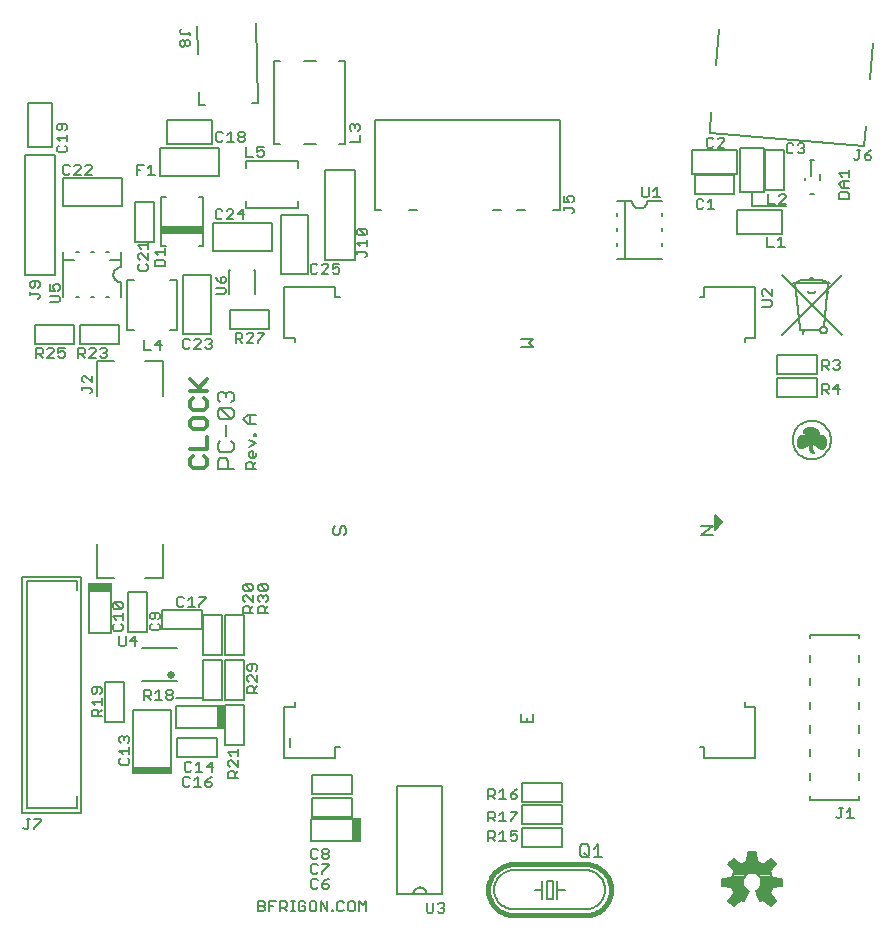
<source format=gto>
G75*
G70*
%OFA0B0*%
%FSLAX24Y24*%
%IPPOS*%
%LPD*%
%AMOC8*
5,1,8,0,0,1.08239X$1,22.5*
%
%ADD10C,0.0070*%
%ADD11R,0.0250X0.0800*%
%ADD12R,0.0800X0.0250*%
%ADD13C,0.0080*%
%ADD14R,0.1200X0.0190*%
%ADD15R,0.1400X0.0300*%
%ADD16R,0.0100X0.0580*%
%ADD17C,0.0160*%
%ADD18C,0.0120*%
%ADD19C,0.0256*%
D10*
X000479Y003197D02*
X000534Y003197D01*
X000589Y003252D01*
X000589Y003527D01*
X000534Y003527D02*
X000644Y003527D01*
X000793Y003527D02*
X001013Y003527D01*
X001013Y003472D01*
X000793Y003252D01*
X000793Y003197D01*
X000479Y003197D02*
X000424Y003252D01*
X000395Y003743D02*
X002364Y003743D01*
X002364Y011617D01*
X000395Y011617D01*
X000395Y003743D01*
X000553Y003900D02*
X002206Y003900D01*
X002206Y004294D01*
X003625Y005390D02*
X003680Y005335D01*
X003900Y005335D01*
X003955Y005390D01*
X003955Y005500D01*
X003900Y005555D01*
X003955Y005703D02*
X003955Y005924D01*
X003955Y005813D02*
X003625Y005813D01*
X003735Y005703D01*
X003680Y005555D02*
X003625Y005500D01*
X003625Y005390D01*
X003680Y006072D02*
X003625Y006127D01*
X003625Y006237D01*
X003680Y006292D01*
X003735Y006292D01*
X003790Y006237D01*
X003845Y006292D01*
X003900Y006292D01*
X003955Y006237D01*
X003955Y006127D01*
X003900Y006072D01*
X003790Y006182D02*
X003790Y006237D01*
X003790Y006770D02*
X003150Y006770D01*
X003150Y008090D01*
X003790Y008090D01*
X003790Y006770D01*
X003035Y006965D02*
X002705Y006965D01*
X002705Y007130D01*
X002760Y007185D01*
X002870Y007185D01*
X002925Y007130D01*
X002925Y006965D01*
X002925Y007075D02*
X003035Y007185D01*
X003035Y007333D02*
X003035Y007554D01*
X003035Y007443D02*
X002705Y007443D01*
X002815Y007333D01*
X002815Y007702D02*
X002870Y007757D01*
X002870Y007922D01*
X002980Y007922D02*
X002760Y007922D01*
X002705Y007867D01*
X002705Y007757D01*
X002760Y007702D01*
X002815Y007702D01*
X002980Y007702D02*
X003035Y007757D01*
X003035Y007867D01*
X002980Y007922D01*
X003670Y009294D02*
X003615Y009349D01*
X003615Y009624D01*
X003680Y009815D02*
X003460Y009815D01*
X003405Y009870D01*
X003405Y009980D01*
X003460Y010035D01*
X003515Y010183D02*
X003405Y010293D01*
X003735Y010293D01*
X003735Y010183D02*
X003735Y010404D01*
X003680Y010552D02*
X003460Y010772D01*
X003680Y010772D01*
X003735Y010717D01*
X003735Y010607D01*
X003680Y010552D01*
X003460Y010552D01*
X003405Y010607D01*
X003405Y010717D01*
X003460Y010772D01*
X003340Y011135D02*
X002600Y011135D01*
X002600Y009725D01*
X003340Y009725D01*
X003340Y011135D01*
X003900Y011090D02*
X004540Y011090D01*
X004540Y009770D01*
X003900Y009770D01*
X003900Y011090D01*
X003458Y011568D02*
X002868Y011568D01*
X002868Y012710D01*
X002206Y011460D02*
X002206Y011184D01*
X002206Y011460D02*
X000553Y011460D01*
X000553Y003900D01*
X004455Y007515D02*
X004455Y007845D01*
X004620Y007845D01*
X004675Y007790D01*
X004675Y007680D01*
X004620Y007625D01*
X004455Y007625D01*
X004565Y007625D02*
X004675Y007515D01*
X004823Y007515D02*
X005044Y007515D01*
X004933Y007515D02*
X004933Y007845D01*
X004823Y007735D01*
X004379Y008129D02*
X005561Y008129D01*
X005357Y007845D02*
X005412Y007790D01*
X005412Y007735D01*
X005357Y007680D01*
X005247Y007680D01*
X005192Y007735D01*
X005192Y007790D01*
X005247Y007845D01*
X005357Y007845D01*
X005357Y007680D02*
X005412Y007625D01*
X005412Y007570D01*
X005357Y007515D01*
X005247Y007515D01*
X005192Y007570D01*
X005192Y007625D01*
X005247Y007680D01*
X005515Y007300D02*
X005515Y006560D01*
X006925Y006560D01*
X006925Y007300D01*
X005515Y007300D01*
X006400Y007520D02*
X007040Y007520D01*
X007040Y008840D01*
X006400Y008840D01*
X006400Y007520D01*
X007150Y007520D02*
X007790Y007520D01*
X007790Y008840D01*
X007150Y008840D01*
X007150Y007520D01*
X007150Y007340D02*
X007790Y007340D01*
X007790Y006020D01*
X007150Y006020D01*
X007150Y007340D01*
X007895Y007735D02*
X007895Y007900D01*
X007950Y007955D01*
X008060Y007955D01*
X008115Y007900D01*
X008115Y007735D01*
X008225Y007735D02*
X007895Y007735D01*
X008115Y007845D02*
X008225Y007955D01*
X008225Y008103D02*
X008005Y008324D01*
X007950Y008324D01*
X007895Y008268D01*
X007895Y008158D01*
X007950Y008103D01*
X008225Y008103D02*
X008225Y008324D01*
X008170Y008472D02*
X008225Y008527D01*
X008225Y008637D01*
X008170Y008692D01*
X007950Y008692D01*
X007895Y008637D01*
X007895Y008527D01*
X007950Y008472D01*
X008005Y008472D01*
X008060Y008527D01*
X008060Y008692D01*
X007790Y009020D02*
X007150Y009020D01*
X007150Y010340D01*
X007790Y010340D01*
X007790Y009020D01*
X007040Y009020D02*
X006400Y009020D01*
X006400Y010340D01*
X007040Y010340D01*
X007040Y009020D01*
X006380Y009860D02*
X006380Y010500D01*
X005060Y010500D01*
X005060Y009860D01*
X006380Y009860D01*
X006292Y010615D02*
X006292Y010670D01*
X006512Y010890D01*
X006512Y010945D01*
X006292Y010945D01*
X006033Y010945D02*
X006033Y010615D01*
X005923Y010615D02*
X006144Y010615D01*
X005923Y010835D02*
X006033Y010945D01*
X005775Y010890D02*
X005720Y010945D01*
X005610Y010945D01*
X005555Y010890D01*
X005555Y010670D01*
X005610Y010615D01*
X005720Y010615D01*
X005775Y010670D01*
X004985Y010362D02*
X004930Y010417D01*
X004710Y010417D01*
X004655Y010362D01*
X004655Y010252D01*
X004710Y010197D01*
X004765Y010197D01*
X004820Y010252D01*
X004820Y010417D01*
X004985Y010362D02*
X004985Y010252D01*
X004930Y010197D01*
X004930Y010049D02*
X004985Y009994D01*
X004985Y009883D01*
X004930Y009828D01*
X004710Y009828D01*
X004655Y009883D01*
X004655Y009994D01*
X004710Y010049D01*
X004149Y009624D02*
X003984Y009459D01*
X004204Y009459D01*
X004149Y009294D02*
X004149Y009624D01*
X003835Y009624D02*
X003835Y009349D01*
X003780Y009294D01*
X003670Y009294D01*
X003680Y009815D02*
X003735Y009870D01*
X003735Y009980D01*
X003680Y010035D01*
X004379Y009231D02*
X005561Y009231D01*
X005072Y011568D02*
X004482Y011568D01*
X005072Y011568D02*
X005072Y012710D01*
X006905Y015215D02*
X006905Y015480D01*
X006993Y015569D01*
X007170Y015569D01*
X007258Y015480D01*
X007258Y015215D01*
X007435Y015215D02*
X006905Y015215D01*
X006993Y015767D02*
X007347Y015767D01*
X007435Y015856D01*
X007435Y016033D01*
X007347Y016121D01*
X007170Y016320D02*
X007170Y016674D01*
X007347Y016872D02*
X006993Y016872D01*
X006905Y016961D01*
X006905Y017138D01*
X006993Y017226D01*
X007347Y016872D01*
X007435Y016961D01*
X007435Y017138D01*
X007347Y017226D01*
X006993Y017226D01*
X006993Y017425D02*
X006905Y017513D01*
X006905Y017690D01*
X006993Y017779D01*
X007081Y017779D01*
X007170Y017690D01*
X007258Y017779D01*
X007347Y017779D01*
X007435Y017690D01*
X007435Y017513D01*
X007347Y017425D01*
X007170Y017602D02*
X007170Y017690D01*
X008130Y016375D02*
X008185Y016375D01*
X008185Y016320D01*
X008130Y016320D01*
X008130Y016375D01*
X007965Y016172D02*
X008185Y016062D01*
X007965Y015952D01*
X008020Y015804D02*
X008075Y015804D01*
X008075Y015583D01*
X008130Y015583D02*
X008020Y015583D01*
X007965Y015638D01*
X007965Y015748D01*
X008020Y015804D01*
X008185Y015748D02*
X008185Y015638D01*
X008130Y015583D01*
X008185Y015435D02*
X008075Y015325D01*
X008075Y015380D02*
X008075Y015215D01*
X008185Y015215D02*
X007855Y015215D01*
X007855Y015380D01*
X007910Y015435D01*
X008020Y015435D01*
X008075Y015380D01*
X006993Y015767D02*
X006905Y015856D01*
X006905Y016033D01*
X006993Y016121D01*
X005072Y017650D02*
X005072Y018792D01*
X004482Y018792D01*
X004455Y019180D02*
X004675Y019180D01*
X004455Y019180D02*
X004455Y019510D01*
X004823Y019345D02*
X005043Y019345D01*
X004988Y019180D02*
X004988Y019510D01*
X004823Y019345D01*
X005311Y019843D02*
X005557Y019843D01*
X005557Y021517D01*
X005311Y021517D01*
X005135Y021965D02*
X005135Y022130D01*
X005080Y022185D01*
X004860Y022185D01*
X004805Y022130D01*
X004805Y021965D01*
X005135Y021965D01*
X005135Y022333D02*
X005135Y022554D01*
X005170Y022630D02*
X005020Y022630D01*
X005020Y024280D01*
X005170Y024280D01*
X004790Y024090D02*
X004150Y024090D01*
X004150Y022770D01*
X004790Y022770D01*
X004790Y024090D01*
X004990Y024970D02*
X006950Y024970D01*
X006950Y025890D01*
X004990Y025890D01*
X004990Y024970D01*
X004807Y025015D02*
X004587Y025015D01*
X004697Y025015D02*
X004697Y025345D01*
X004587Y025235D01*
X004439Y025345D02*
X004218Y025345D01*
X004218Y025015D01*
X004218Y025180D02*
X004328Y025180D01*
X003700Y024890D02*
X001740Y024890D01*
X001740Y023970D01*
X003700Y023970D01*
X003700Y024890D01*
X002712Y025015D02*
X002492Y025015D01*
X002712Y025235D01*
X002712Y025290D01*
X002657Y025345D01*
X002547Y025345D01*
X002492Y025290D01*
X002344Y025290D02*
X002288Y025345D01*
X002178Y025345D01*
X002123Y025290D01*
X001975Y025290D02*
X001920Y025345D01*
X001810Y025345D01*
X001755Y025290D01*
X001755Y025070D01*
X001810Y025015D01*
X001920Y025015D01*
X001975Y025070D01*
X002123Y025015D02*
X002344Y025235D01*
X002344Y025290D01*
X002344Y025015D02*
X002123Y025015D01*
X001830Y025760D02*
X001610Y025760D01*
X001555Y025815D01*
X001555Y025925D01*
X001610Y025980D01*
X001665Y026128D02*
X001555Y026238D01*
X001885Y026238D01*
X001885Y026128D02*
X001885Y026349D01*
X001830Y026497D02*
X001885Y026552D01*
X001885Y026662D01*
X001830Y026717D01*
X001610Y026717D01*
X001555Y026662D01*
X001555Y026552D01*
X001610Y026497D01*
X001665Y026497D01*
X001720Y026552D01*
X001720Y026717D01*
X001370Y027420D02*
X000570Y027420D01*
X000570Y025940D01*
X001370Y025940D01*
X001370Y027420D01*
X001830Y025980D02*
X001885Y025925D01*
X001885Y025815D01*
X001830Y025760D01*
X001470Y025680D02*
X000470Y025680D01*
X000470Y021680D01*
X001470Y021680D01*
X001470Y025680D01*
X004255Y022657D02*
X004585Y022657D01*
X004585Y022547D02*
X004585Y022767D01*
X004365Y022547D02*
X004255Y022657D01*
X004310Y022399D02*
X004255Y022344D01*
X004255Y022233D01*
X004310Y022178D01*
X004310Y022030D02*
X004255Y021975D01*
X004255Y021865D01*
X004310Y021810D01*
X004530Y021810D01*
X004585Y021865D01*
X004585Y021975D01*
X004530Y022030D01*
X004585Y022178D02*
X004365Y022399D01*
X004310Y022399D01*
X004585Y022399D02*
X004585Y022178D01*
X004805Y022443D02*
X005135Y022443D01*
X004915Y022333D02*
X004805Y022443D01*
X004129Y021517D02*
X003883Y021517D01*
X003883Y019843D01*
X004129Y019843D01*
X003630Y020000D02*
X003630Y019360D01*
X002310Y019360D01*
X002310Y020000D01*
X003630Y020000D01*
X003152Y019245D02*
X003207Y019190D01*
X003207Y019135D01*
X003152Y019080D01*
X003207Y019025D01*
X003207Y018970D01*
X003152Y018915D01*
X003042Y018915D01*
X002987Y018970D01*
X003097Y019080D02*
X003152Y019080D01*
X003152Y019245D02*
X003042Y019245D01*
X002987Y019190D01*
X002839Y019190D02*
X002784Y019245D01*
X002673Y019245D01*
X002618Y019190D01*
X002470Y019190D02*
X002470Y019080D01*
X002415Y019025D01*
X002250Y019025D01*
X002250Y018915D02*
X002250Y019245D01*
X002415Y019245D01*
X002470Y019190D01*
X002360Y019025D02*
X002470Y018915D01*
X002618Y018915D02*
X002839Y019135D01*
X002839Y019190D01*
X002839Y018915D02*
X002618Y018915D01*
X002868Y018792D02*
X002868Y017650D01*
X002715Y017779D02*
X002715Y017834D01*
X002659Y017889D01*
X002384Y017889D01*
X002384Y017834D02*
X002384Y017944D01*
X002439Y018092D02*
X002384Y018147D01*
X002384Y018258D01*
X002439Y018313D01*
X002494Y018313D01*
X002715Y018092D01*
X002715Y018313D01*
X002868Y018792D02*
X003458Y018792D01*
X002715Y017779D02*
X002659Y017724D01*
X001752Y018915D02*
X001642Y018915D01*
X001587Y018970D01*
X001587Y019080D02*
X001697Y019135D01*
X001752Y019135D01*
X001807Y019080D01*
X001807Y018970D01*
X001752Y018915D01*
X001587Y019080D02*
X001587Y019245D01*
X001807Y019245D01*
X001439Y019190D02*
X001384Y019245D01*
X001273Y019245D01*
X001218Y019190D01*
X001070Y019190D02*
X001070Y019080D01*
X001015Y019025D01*
X000850Y019025D01*
X000850Y018915D02*
X000850Y019245D01*
X001015Y019245D01*
X001070Y019190D01*
X000960Y019025D02*
X001070Y018915D01*
X001218Y018915D02*
X001439Y019135D01*
X001439Y019190D01*
X001439Y018915D02*
X001218Y018915D01*
X000810Y019360D02*
X000810Y020000D01*
X002130Y020000D01*
X002130Y019360D01*
X000810Y019360D01*
X001305Y020765D02*
X001580Y020765D01*
X001635Y020820D01*
X001635Y020930D01*
X001580Y020985D01*
X001305Y020985D01*
X001305Y021133D02*
X001470Y021133D01*
X001415Y021243D01*
X001415Y021298D01*
X001470Y021354D01*
X001580Y021354D01*
X001635Y021298D01*
X001635Y021188D01*
X001580Y021133D01*
X001305Y021133D02*
X001305Y021354D01*
X000985Y021302D02*
X000985Y021412D01*
X000930Y021467D01*
X000710Y021467D01*
X000655Y021412D01*
X000655Y021302D01*
X000710Y021247D01*
X000765Y021247D01*
X000820Y021302D01*
X000820Y021467D01*
X000985Y021302D02*
X000930Y021247D01*
X000930Y021044D02*
X000655Y021044D01*
X000655Y021099D02*
X000655Y020988D01*
X000930Y021044D02*
X000985Y020988D01*
X000985Y020933D01*
X000930Y020878D01*
X005755Y019490D02*
X005755Y019270D01*
X005810Y019215D01*
X005920Y019215D01*
X005975Y019270D01*
X006123Y019215D02*
X006344Y019435D01*
X006344Y019490D01*
X006288Y019545D01*
X006178Y019545D01*
X006123Y019490D01*
X005975Y019490D02*
X005920Y019545D01*
X005810Y019545D01*
X005755Y019490D01*
X005760Y019700D02*
X006680Y019700D01*
X006680Y021660D01*
X005760Y021660D01*
X005760Y019700D01*
X006123Y019215D02*
X006344Y019215D01*
X006492Y019270D02*
X006547Y019215D01*
X006657Y019215D01*
X006712Y019270D01*
X006712Y019325D01*
X006657Y019380D01*
X006602Y019380D01*
X006657Y019380D02*
X006712Y019435D01*
X006712Y019490D01*
X006657Y019545D01*
X006547Y019545D01*
X006492Y019490D01*
X007310Y019860D02*
X007310Y020500D01*
X008630Y020500D01*
X008630Y019860D01*
X007310Y019860D01*
X007500Y019745D02*
X007665Y019745D01*
X007720Y019690D01*
X007720Y019580D01*
X007665Y019525D01*
X007500Y019525D01*
X007500Y019415D02*
X007500Y019745D01*
X007610Y019525D02*
X007720Y019415D01*
X007868Y019415D02*
X008089Y019635D01*
X008089Y019690D01*
X008034Y019745D01*
X007923Y019745D01*
X007868Y019690D01*
X007868Y019415D02*
X008089Y019415D01*
X008237Y019415D02*
X008237Y019470D01*
X008457Y019690D01*
X008457Y019745D01*
X008237Y019745D01*
X009120Y019580D02*
X009470Y019580D01*
X009470Y019430D01*
X009120Y019580D02*
X009120Y021280D01*
X010820Y021280D01*
X010820Y020930D01*
X010970Y020930D01*
X010907Y021715D02*
X010797Y021715D01*
X010742Y021770D01*
X010742Y021880D02*
X010852Y021935D01*
X010907Y021935D01*
X010962Y021880D01*
X010962Y021770D01*
X010907Y021715D01*
X010742Y021880D02*
X010742Y022045D01*
X010962Y022045D01*
X010470Y022180D02*
X011470Y022180D01*
X011470Y025180D01*
X010470Y025180D01*
X010470Y022180D01*
X010428Y022045D02*
X010373Y021990D01*
X010428Y022045D02*
X010538Y022045D01*
X010594Y021990D01*
X010594Y021935D01*
X010373Y021715D01*
X010594Y021715D01*
X010225Y021770D02*
X010170Y021715D01*
X010060Y021715D01*
X010005Y021770D01*
X010005Y021990D01*
X010060Y022045D01*
X010170Y022045D01*
X010225Y021990D01*
X009930Y021700D02*
X009930Y023660D01*
X009010Y023660D01*
X009010Y021700D01*
X009930Y021700D01*
X008700Y022470D02*
X008700Y023390D01*
X006740Y023390D01*
X006740Y022470D01*
X008700Y022470D01*
X008153Y021824D02*
X008114Y021824D01*
X008153Y021824D02*
X008153Y021036D01*
X007287Y021036D02*
X007287Y021824D01*
X007326Y021824D01*
X007118Y021620D02*
X007063Y021620D01*
X007008Y021565D01*
X007008Y021400D01*
X007118Y021400D01*
X007173Y021455D01*
X007173Y021565D01*
X007118Y021620D01*
X006898Y021510D02*
X007008Y021400D01*
X006898Y021510D02*
X006843Y021620D01*
X006843Y021252D02*
X007118Y021252D01*
X007173Y021197D01*
X007173Y021087D01*
X007118Y021032D01*
X006843Y021032D01*
X006420Y022630D02*
X006270Y022630D01*
X006420Y022630D02*
X006420Y024280D01*
X006270Y024280D01*
X006835Y023800D02*
X006835Y023580D01*
X006890Y023525D01*
X007000Y023525D01*
X007055Y023580D01*
X007203Y023525D02*
X007424Y023745D01*
X007424Y023800D01*
X007368Y023855D01*
X007258Y023855D01*
X007203Y023800D01*
X007055Y023800D02*
X007000Y023855D01*
X006890Y023855D01*
X006835Y023800D01*
X007203Y023525D02*
X007424Y023525D01*
X007572Y023690D02*
X007792Y023690D01*
X007737Y023525D02*
X007737Y023855D01*
X007572Y023690D01*
X007854Y023893D02*
X007854Y024129D01*
X007854Y023893D02*
X009586Y023893D01*
X009586Y024129D01*
X009586Y025231D02*
X009586Y025467D01*
X007854Y025467D01*
X007854Y025231D01*
X007855Y025615D02*
X008075Y025615D01*
X008223Y025670D02*
X008278Y025615D01*
X008388Y025615D01*
X008444Y025670D01*
X008444Y025780D01*
X008388Y025835D01*
X008333Y025835D01*
X008223Y025780D01*
X008223Y025945D01*
X008444Y025945D01*
X008789Y026052D02*
X008986Y026052D01*
X008789Y026052D02*
X008789Y028808D01*
X008986Y028808D01*
X009773Y028808D02*
X010167Y028808D01*
X010954Y028808D02*
X011151Y028808D01*
X011151Y026052D01*
X010954Y026052D01*
X011304Y026106D02*
X011634Y026106D01*
X011634Y026327D01*
X011579Y026475D02*
X011634Y026530D01*
X011634Y026640D01*
X011579Y026695D01*
X011524Y026695D01*
X011469Y026640D01*
X011469Y026585D01*
X011469Y026640D02*
X011414Y026695D01*
X011359Y026695D01*
X011304Y026640D01*
X011304Y026530D01*
X011359Y026475D01*
X012139Y026839D02*
X018301Y026839D01*
X018301Y023832D01*
X018081Y023832D01*
X018455Y023838D02*
X018455Y023949D01*
X018455Y023894D02*
X018730Y023894D01*
X018785Y023838D01*
X018785Y023783D01*
X018730Y023728D01*
X018730Y024097D02*
X018785Y024152D01*
X018785Y024262D01*
X018730Y024317D01*
X018620Y024317D01*
X018565Y024262D01*
X018565Y024207D01*
X018620Y024097D01*
X018455Y024097D01*
X018455Y024317D01*
X017159Y023832D02*
X016881Y023832D01*
X016359Y023832D02*
X016081Y023832D01*
X013559Y023832D02*
X013281Y023832D01*
X012359Y023832D02*
X012139Y023832D01*
X012139Y026839D01*
X010167Y026052D02*
X009773Y026052D01*
X008260Y027409D02*
X008064Y027402D01*
X008260Y027409D02*
X008174Y030064D01*
X006206Y029956D02*
X006234Y029032D01*
X005926Y029290D02*
X005979Y029347D01*
X005976Y029457D01*
X005919Y029510D01*
X005864Y029508D01*
X005811Y029451D01*
X005814Y029341D01*
X005761Y029284D01*
X005706Y029282D01*
X005649Y029335D01*
X005646Y029445D01*
X005699Y029502D01*
X005754Y029504D01*
X005811Y029451D01*
X005814Y029341D02*
X005871Y029288D01*
X005926Y029290D01*
X005968Y029660D02*
X005965Y029770D01*
X005967Y029715D02*
X005692Y029705D01*
X005635Y029758D01*
X005633Y029813D01*
X005686Y029870D01*
X006278Y027773D02*
X006293Y027340D01*
X006490Y027347D01*
X006710Y026830D02*
X006710Y026030D01*
X005230Y026030D01*
X005230Y026830D01*
X006710Y026830D01*
X006910Y026445D02*
X006855Y026390D01*
X006855Y026170D01*
X006910Y026115D01*
X007020Y026115D01*
X007075Y026170D01*
X007223Y026115D02*
X007444Y026115D01*
X007333Y026115D02*
X007333Y026445D01*
X007223Y026335D01*
X007075Y026390D02*
X007020Y026445D01*
X006910Y026445D01*
X007592Y026390D02*
X007592Y026335D01*
X007647Y026280D01*
X007757Y026280D01*
X007812Y026225D01*
X007812Y026170D01*
X007757Y026115D01*
X007647Y026115D01*
X007592Y026170D01*
X007592Y026225D01*
X007647Y026280D01*
X007757Y026280D02*
X007812Y026335D01*
X007812Y026390D01*
X007757Y026445D01*
X007647Y026445D01*
X007592Y026390D01*
X007855Y025945D02*
X007855Y025615D01*
X011555Y023162D02*
X011610Y023217D01*
X011830Y022997D01*
X011885Y023052D01*
X011885Y023162D01*
X011830Y023217D01*
X011610Y023217D01*
X011555Y023162D02*
X011555Y023052D01*
X011610Y022997D01*
X011830Y022997D01*
X011885Y022849D02*
X011885Y022628D01*
X011885Y022738D02*
X011555Y022738D01*
X011665Y022628D01*
X011555Y022480D02*
X011555Y022370D01*
X011555Y022425D02*
X011830Y022425D01*
X011885Y022370D01*
X011885Y022315D01*
X011830Y022260D01*
X021055Y024320D02*
X021110Y024265D01*
X021220Y024265D01*
X021275Y024320D01*
X021275Y024595D01*
X021423Y024485D02*
X021533Y024595D01*
X021533Y024265D01*
X021423Y024265D02*
X021644Y024265D01*
X021055Y024320D02*
X021055Y024595D01*
X022730Y025030D02*
X022730Y025830D01*
X024210Y025830D01*
X024210Y025030D01*
X022730Y025030D01*
X022810Y025000D02*
X022810Y024360D01*
X024130Y024360D01*
X024130Y025000D01*
X022810Y025000D01*
X022930Y024205D02*
X022875Y024150D01*
X022875Y023930D01*
X022930Y023875D01*
X023040Y023875D01*
X023095Y023930D01*
X023243Y023875D02*
X023464Y023875D01*
X023353Y023875D02*
X023353Y024205D01*
X023243Y024095D01*
X023095Y024150D02*
X023040Y024205D01*
X022930Y024205D01*
X024230Y023830D02*
X024230Y023030D01*
X025710Y023030D01*
X025710Y023830D01*
X024230Y023830D01*
X024720Y023980D02*
X024720Y024430D01*
X024320Y024440D02*
X025120Y024440D01*
X025120Y025920D01*
X024320Y025920D01*
X024320Y024440D01*
X024720Y023980D02*
X025850Y023980D01*
X025844Y024045D02*
X025623Y024045D01*
X025844Y024265D01*
X025844Y024320D01*
X025788Y024375D01*
X025678Y024375D01*
X025623Y024320D01*
X025790Y024520D02*
X025150Y024520D01*
X025150Y025840D01*
X025790Y025840D01*
X025790Y024520D01*
X025475Y024045D02*
X025255Y024045D01*
X025255Y024375D01*
X026470Y024830D02*
X026470Y024910D01*
X026970Y024830D02*
X026970Y025030D01*
X026790Y025500D02*
X026650Y025500D01*
X026408Y025725D02*
X026298Y025725D01*
X026243Y025780D01*
X026095Y025780D02*
X026040Y025725D01*
X025930Y025725D01*
X025875Y025780D01*
X025875Y026000D01*
X025930Y026055D01*
X026040Y026055D01*
X026095Y026000D01*
X026243Y026000D02*
X026298Y026055D01*
X026408Y026055D01*
X026464Y026000D01*
X026464Y025945D01*
X026408Y025890D01*
X026464Y025835D01*
X026464Y025780D01*
X026408Y025725D01*
X026408Y025890D02*
X026353Y025890D01*
X027605Y025062D02*
X027715Y024952D01*
X027715Y024804D02*
X027935Y024804D01*
X027935Y024952D02*
X027935Y025172D01*
X027935Y025062D02*
X027605Y025062D01*
X027715Y024804D02*
X027605Y024693D01*
X027715Y024583D01*
X027935Y024583D01*
X027880Y024435D02*
X027660Y024435D01*
X027605Y024380D01*
X027605Y024215D01*
X027935Y024215D01*
X027935Y024380D01*
X027880Y024435D01*
X027770Y024583D02*
X027770Y024804D01*
X028160Y025500D02*
X028215Y025500D01*
X028270Y025555D01*
X028270Y025831D01*
X028215Y025831D02*
X028325Y025831D01*
X028454Y025954D02*
X028514Y026640D01*
X028454Y025954D02*
X023305Y026404D01*
X023365Y027091D01*
X023370Y026245D02*
X023260Y026245D01*
X023205Y026190D01*
X023205Y025970D01*
X023260Y025915D01*
X023370Y025915D01*
X023425Y025970D01*
X023573Y025915D02*
X023794Y026135D01*
X023794Y026190D01*
X023738Y026245D01*
X023628Y026245D01*
X023573Y026190D01*
X023425Y026190D02*
X023370Y026245D01*
X023573Y025915D02*
X023794Y025915D01*
X023502Y028660D02*
X023605Y029855D01*
X028105Y025555D02*
X028160Y025500D01*
X028474Y025555D02*
X028529Y025500D01*
X028639Y025500D01*
X028694Y025555D01*
X028694Y025611D01*
X028639Y025666D01*
X028474Y025666D01*
X028474Y025555D01*
X028474Y025666D02*
X028584Y025776D01*
X028694Y025831D01*
X026790Y024360D02*
X026650Y024360D01*
X025697Y022945D02*
X025697Y022615D01*
X025587Y022615D02*
X025807Y022615D01*
X025587Y022835D02*
X025697Y022945D01*
X025439Y022615D02*
X025218Y022615D01*
X025218Y022945D01*
X024820Y021280D02*
X024820Y019580D01*
X024470Y019580D01*
X024470Y019430D01*
X025041Y020600D02*
X025317Y020600D01*
X025372Y020655D01*
X025372Y020766D01*
X025317Y020821D01*
X025041Y020821D01*
X025096Y020969D02*
X025041Y021024D01*
X025041Y021134D01*
X025096Y021189D01*
X025151Y021189D01*
X025372Y020969D01*
X025372Y021189D01*
X024820Y021280D02*
X023120Y021280D01*
X023120Y020930D01*
X022970Y020930D01*
X025560Y019000D02*
X025560Y018360D01*
X026880Y018360D01*
X026880Y019000D01*
X025560Y019000D01*
X025560Y018250D02*
X026880Y018250D01*
X026880Y017610D01*
X025560Y017610D01*
X025560Y018250D01*
X027055Y018045D02*
X027055Y017715D01*
X027055Y017825D02*
X027220Y017825D01*
X027275Y017880D01*
X027275Y017990D01*
X027220Y018045D01*
X027055Y018045D01*
X027165Y017825D02*
X027275Y017715D01*
X027423Y017880D02*
X027644Y017880D01*
X027588Y017715D02*
X027588Y018045D01*
X027423Y017880D01*
X027478Y018515D02*
X027423Y018570D01*
X027478Y018515D02*
X027588Y018515D01*
X027644Y018570D01*
X027644Y018625D01*
X027588Y018680D01*
X027533Y018680D01*
X027588Y018680D02*
X027644Y018735D01*
X027644Y018790D01*
X027588Y018845D01*
X027478Y018845D01*
X027423Y018790D01*
X027275Y018790D02*
X027275Y018680D01*
X027220Y018625D01*
X027055Y018625D01*
X027055Y018515D02*
X027055Y018845D01*
X027220Y018845D01*
X027275Y018790D01*
X027165Y018625D02*
X027275Y018515D01*
X026762Y016567D02*
X026810Y016550D01*
X026870Y016515D01*
X026898Y016488D01*
X026919Y016455D01*
X026934Y016419D01*
X026940Y016380D01*
X026935Y016342D01*
X026925Y016305D01*
X026910Y016270D01*
X026970Y016270D01*
X026993Y016290D01*
X027020Y016304D01*
X027050Y016311D01*
X027080Y016310D01*
X027107Y016298D01*
X027130Y016280D01*
X027148Y016257D01*
X027160Y016230D01*
X027180Y016185D01*
X027191Y016154D01*
X027197Y016121D01*
X027196Y016088D01*
X027190Y016055D01*
X027160Y015960D01*
X027147Y015934D01*
X027128Y015912D01*
X027106Y015893D01*
X027080Y015880D01*
X027060Y015875D01*
X027040Y015875D01*
X027020Y015880D01*
X026947Y015915D01*
X026880Y015960D01*
X026750Y016060D01*
X026710Y016030D01*
X026700Y015971D01*
X026702Y015911D01*
X026716Y015853D01*
X026740Y015799D01*
X026775Y015750D01*
X026695Y015765D01*
X026675Y015795D01*
X026652Y015832D01*
X026638Y015873D01*
X026634Y015917D01*
X026640Y015960D01*
X026653Y015991D01*
X026670Y016020D01*
X026610Y016020D01*
X026410Y015920D01*
X026383Y015912D01*
X026354Y015910D01*
X026326Y015914D01*
X026300Y015925D01*
X026290Y015931D01*
X026281Y015940D01*
X026275Y015950D01*
X026261Y015979D01*
X026250Y016010D01*
X026241Y016063D01*
X026241Y016117D01*
X026250Y016170D01*
X026266Y016217D01*
X026290Y016260D01*
X026306Y016279D01*
X026325Y016294D01*
X026348Y016303D01*
X026372Y016308D01*
X026396Y016307D01*
X026420Y016300D01*
X026459Y016287D01*
X026500Y016280D01*
X026500Y016340D01*
X026470Y016400D01*
X026461Y016426D01*
X026459Y016454D01*
X026465Y016481D01*
X026478Y016505D01*
X026497Y016525D01*
X026520Y016540D01*
X026564Y016557D01*
X026610Y016570D01*
X026661Y016577D01*
X026712Y016576D01*
X026762Y016567D01*
X026806Y016552D02*
X026550Y016552D01*
X026466Y016483D02*
X026901Y016483D01*
X026934Y016415D02*
X026465Y016415D01*
X026497Y016346D02*
X026936Y016346D01*
X026913Y016278D02*
X026305Y016278D01*
X026264Y016209D02*
X027169Y016209D01*
X027193Y016141D02*
X026245Y016141D01*
X026241Y016072D02*
X027193Y016072D01*
X027174Y016004D02*
X026823Y016004D01*
X026917Y015935D02*
X027147Y015935D01*
X027132Y016278D02*
X026978Y016278D01*
X026071Y016170D02*
X026073Y016220D01*
X026079Y016270D01*
X026089Y016319D01*
X026102Y016367D01*
X026120Y016415D01*
X026141Y016460D01*
X026165Y016504D01*
X026193Y016546D01*
X026224Y016585D01*
X026258Y016622D01*
X026295Y016656D01*
X026334Y016687D01*
X026376Y016715D01*
X026420Y016739D01*
X026465Y016760D01*
X026513Y016778D01*
X026561Y016791D01*
X026610Y016801D01*
X026660Y016807D01*
X026710Y016809D01*
X026760Y016807D01*
X026810Y016801D01*
X026859Y016791D01*
X026907Y016778D01*
X026955Y016760D01*
X027000Y016739D01*
X027044Y016715D01*
X027086Y016687D01*
X027125Y016656D01*
X027162Y016622D01*
X027196Y016585D01*
X027227Y016546D01*
X027255Y016504D01*
X027279Y016460D01*
X027300Y016415D01*
X027318Y016367D01*
X027331Y016319D01*
X027341Y016270D01*
X027347Y016220D01*
X027349Y016170D01*
X027347Y016120D01*
X027341Y016070D01*
X027331Y016021D01*
X027318Y015973D01*
X027300Y015925D01*
X027279Y015880D01*
X027255Y015836D01*
X027227Y015794D01*
X027196Y015755D01*
X027162Y015718D01*
X027125Y015684D01*
X027086Y015653D01*
X027044Y015625D01*
X027000Y015601D01*
X026955Y015580D01*
X026907Y015562D01*
X026859Y015549D01*
X026810Y015539D01*
X026760Y015533D01*
X026710Y015531D01*
X026660Y015533D01*
X026610Y015539D01*
X026561Y015549D01*
X026513Y015562D01*
X026465Y015580D01*
X026420Y015601D01*
X026376Y015625D01*
X026334Y015653D01*
X026295Y015684D01*
X026258Y015718D01*
X026224Y015755D01*
X026193Y015794D01*
X026165Y015836D01*
X026141Y015880D01*
X026120Y015925D01*
X026102Y015973D01*
X026089Y016021D01*
X026079Y016070D01*
X026073Y016120D01*
X026071Y016170D01*
X026252Y016004D02*
X026577Y016004D01*
X026661Y016004D02*
X026706Y016004D01*
X026702Y015935D02*
X026636Y015935D01*
X026640Y015867D02*
X026713Y015867D01*
X026741Y015798D02*
X026673Y015798D01*
X026440Y015935D02*
X026286Y015935D01*
X023720Y013430D02*
X023470Y013680D01*
X023470Y013180D01*
X023720Y013430D01*
X023691Y013401D02*
X023470Y013401D01*
X023470Y013469D02*
X023681Y013469D01*
X023612Y013538D02*
X023470Y013538D01*
X023470Y013606D02*
X023544Y013606D01*
X023475Y013675D02*
X023470Y013675D01*
X023470Y013332D02*
X023622Y013332D01*
X023554Y013264D02*
X023470Y013264D01*
X023470Y013195D02*
X023485Y013195D01*
X026643Y009686D02*
X028297Y009686D01*
X028297Y009568D01*
X028297Y009017D02*
X028297Y008780D01*
X028297Y008229D02*
X028297Y007993D01*
X028297Y007442D02*
X028297Y007206D01*
X028297Y006654D02*
X028297Y006418D01*
X028297Y005867D02*
X028297Y005631D01*
X028297Y005080D02*
X028297Y004843D01*
X028297Y004292D02*
X028297Y004174D01*
X026643Y004174D01*
X026643Y004292D01*
X026643Y004843D02*
X026643Y005080D01*
X026643Y005631D02*
X026643Y005867D01*
X026643Y006418D02*
X026643Y006654D01*
X026643Y007206D02*
X026643Y007442D01*
X026643Y007993D02*
X026643Y008229D01*
X026643Y008780D02*
X026643Y009017D01*
X026643Y009568D02*
X026643Y009686D01*
X024820Y007280D02*
X024470Y007280D01*
X024470Y007430D01*
X024820Y007280D02*
X024820Y005580D01*
X023120Y005580D01*
X023120Y005930D01*
X022970Y005930D01*
X024598Y002423D02*
X024565Y002100D01*
X024457Y002065D01*
X024356Y002013D01*
X024104Y002218D01*
X023932Y002046D01*
X024137Y001794D01*
X024085Y001693D01*
X024050Y001585D01*
X023727Y001552D01*
X023727Y001308D01*
X024050Y001275D01*
X024085Y001167D01*
X024137Y001066D01*
X023932Y000814D01*
X024104Y000642D01*
X024356Y000847D01*
X024457Y000795D01*
X024600Y001141D01*
X024546Y001170D01*
X024499Y001209D01*
X024460Y001256D01*
X024431Y001310D01*
X024414Y001369D01*
X024408Y001430D01*
X024414Y001494D01*
X024434Y001555D01*
X024465Y001611D01*
X024507Y001659D01*
X024559Y001698D01*
X024617Y001725D01*
X024679Y001740D01*
X024743Y001742D01*
X024807Y001730D01*
X024866Y001706D01*
X024919Y001671D01*
X024964Y001625D01*
X024999Y001571D01*
X025022Y001511D01*
X025032Y001448D01*
X025029Y001383D01*
X025013Y001321D01*
X024985Y001264D01*
X024945Y001213D01*
X024896Y001172D01*
X024840Y001141D01*
X024983Y000795D01*
X025084Y000847D01*
X025336Y000642D01*
X025508Y000814D01*
X025303Y001066D01*
X025355Y001167D01*
X025390Y001275D01*
X025713Y001308D01*
X025713Y001552D01*
X025390Y001585D01*
X025355Y001693D01*
X025303Y001794D01*
X025508Y002046D01*
X025336Y002218D01*
X025084Y002013D01*
X024983Y002065D01*
X024875Y002100D01*
X024842Y002423D01*
X024598Y002423D01*
X024593Y002372D02*
X024847Y002372D01*
X024854Y002304D02*
X024586Y002304D01*
X024579Y002235D02*
X024861Y002235D01*
X024868Y002167D02*
X024572Y002167D01*
X024560Y002098D02*
X024881Y002098D01*
X025052Y002030D02*
X024388Y002030D01*
X024335Y002030D02*
X023945Y002030D01*
X023984Y002098D02*
X024251Y002098D01*
X024167Y002167D02*
X024053Y002167D01*
X024001Y001961D02*
X025439Y001961D01*
X025495Y002030D02*
X025105Y002030D01*
X025189Y002098D02*
X025456Y002098D01*
X025387Y002167D02*
X025273Y002167D01*
X025383Y001893D02*
X024057Y001893D01*
X024113Y001824D02*
X025327Y001824D01*
X025323Y001756D02*
X024117Y001756D01*
X024083Y001687D02*
X024545Y001687D01*
X024472Y001619D02*
X024061Y001619D01*
X023727Y001550D02*
X024432Y001550D01*
X024413Y001482D02*
X023727Y001482D01*
X023727Y001413D02*
X024409Y001413D01*
X024421Y001345D02*
X023727Y001345D01*
X024044Y001276D02*
X024450Y001276D01*
X024501Y001208D02*
X024072Y001208D01*
X024099Y001139D02*
X024599Y001139D01*
X024571Y001071D02*
X024134Y001071D01*
X024085Y001002D02*
X024543Y001002D01*
X024514Y000934D02*
X024029Y000934D01*
X023973Y000865D02*
X024486Y000865D01*
X024458Y000797D02*
X024454Y000797D01*
X024294Y000797D02*
X023950Y000797D01*
X024018Y000728D02*
X024210Y000728D01*
X024126Y000660D02*
X024087Y000660D01*
X024841Y001139D02*
X025341Y001139D01*
X025368Y001208D02*
X024938Y001208D01*
X024991Y001276D02*
X025396Y001276D01*
X025306Y001071D02*
X024869Y001071D01*
X024897Y001002D02*
X025355Y001002D01*
X025411Y000934D02*
X024926Y000934D01*
X024954Y000865D02*
X025467Y000865D01*
X025490Y000797D02*
X025146Y000797D01*
X025230Y000728D02*
X025422Y000728D01*
X025353Y000660D02*
X025314Y000660D01*
X024986Y000797D02*
X024982Y000797D01*
X025019Y001345D02*
X025713Y001345D01*
X025713Y001413D02*
X025030Y001413D01*
X025027Y001482D02*
X025713Y001482D01*
X025713Y001550D02*
X025007Y001550D01*
X024968Y001619D02*
X025379Y001619D01*
X025357Y001687D02*
X024895Y001687D01*
X027518Y003620D02*
X027573Y003565D01*
X027628Y003565D01*
X027684Y003620D01*
X027684Y003895D01*
X027739Y003895D02*
X027628Y003895D01*
X027887Y003785D02*
X027997Y003895D01*
X027997Y003565D01*
X027887Y003565D02*
X028107Y003565D01*
X019170Y001830D02*
X016770Y001830D01*
X016720Y001828D01*
X016671Y001822D01*
X016622Y001813D01*
X016574Y001800D01*
X016527Y001783D01*
X016482Y001763D01*
X016438Y001739D01*
X016396Y001712D01*
X016356Y001681D01*
X016319Y001648D01*
X016285Y001612D01*
X016253Y001574D01*
X016224Y001533D01*
X016199Y001491D01*
X016177Y001446D01*
X016158Y001400D01*
X016143Y001352D01*
X016132Y001304D01*
X016124Y001255D01*
X016120Y001205D01*
X016120Y001155D01*
X016124Y001105D01*
X016132Y001056D01*
X016143Y001008D01*
X016158Y000960D01*
X016177Y000914D01*
X016199Y000869D01*
X016224Y000827D01*
X016253Y000786D01*
X016285Y000748D01*
X016319Y000712D01*
X016356Y000679D01*
X016396Y000648D01*
X016438Y000621D01*
X016482Y000597D01*
X016527Y000577D01*
X016574Y000560D01*
X016622Y000547D01*
X016671Y000538D01*
X016720Y000532D01*
X016770Y000530D01*
X019170Y000530D01*
X019220Y000532D01*
X019269Y000538D01*
X019318Y000547D01*
X019366Y000560D01*
X019413Y000577D01*
X019458Y000597D01*
X019502Y000621D01*
X019544Y000648D01*
X019584Y000679D01*
X019621Y000712D01*
X019655Y000748D01*
X019687Y000786D01*
X019716Y000827D01*
X019741Y000869D01*
X019763Y000914D01*
X019782Y000960D01*
X019797Y001008D01*
X019808Y001056D01*
X019816Y001105D01*
X019820Y001155D01*
X019820Y001205D01*
X019816Y001255D01*
X019808Y001304D01*
X019797Y001352D01*
X019782Y001400D01*
X019763Y001446D01*
X019741Y001491D01*
X019716Y001533D01*
X019687Y001574D01*
X019655Y001612D01*
X019621Y001648D01*
X019584Y001681D01*
X019544Y001712D01*
X019502Y001739D01*
X019458Y001763D01*
X019413Y001783D01*
X019366Y001800D01*
X019318Y001813D01*
X019269Y001822D01*
X019220Y001828D01*
X019170Y001830D01*
X018470Y001180D02*
X018220Y001180D01*
X018220Y001480D01*
X018070Y001480D02*
X018070Y000880D01*
X017870Y000880D01*
X017870Y001480D01*
X018070Y001480D01*
X018220Y001180D02*
X018220Y000880D01*
X017720Y000880D02*
X017720Y001180D01*
X017470Y001180D01*
X017720Y001180D02*
X017720Y001480D01*
X017060Y002610D02*
X017060Y003250D01*
X018380Y003250D01*
X018380Y002610D01*
X017060Y002610D01*
X016832Y002805D02*
X016722Y002805D01*
X016667Y002860D01*
X016667Y002970D02*
X016777Y003025D01*
X016832Y003025D01*
X016887Y002970D01*
X016887Y002860D01*
X016832Y002805D01*
X016667Y002970D02*
X016667Y003135D01*
X016887Y003135D01*
X017060Y003360D02*
X017060Y004000D01*
X018380Y004000D01*
X018380Y003360D01*
X017060Y003360D01*
X016667Y003455D02*
X016667Y003510D01*
X016887Y003730D01*
X016887Y003785D01*
X016667Y003785D01*
X016408Y003785D02*
X016408Y003455D01*
X016298Y003455D02*
X016519Y003455D01*
X016298Y003675D02*
X016408Y003785D01*
X016150Y003730D02*
X016150Y003620D01*
X016095Y003565D01*
X015930Y003565D01*
X015930Y003455D02*
X015930Y003785D01*
X016095Y003785D01*
X016150Y003730D01*
X016040Y003565D02*
X016150Y003455D01*
X016095Y003135D02*
X015930Y003135D01*
X015930Y002805D01*
X015930Y002915D02*
X016095Y002915D01*
X016150Y002970D01*
X016150Y003080D01*
X016095Y003135D01*
X016040Y002915D02*
X016150Y002805D01*
X016298Y002805D02*
X016519Y002805D01*
X016408Y002805D02*
X016408Y003135D01*
X016298Y003025D01*
X016298Y004205D02*
X016519Y004205D01*
X016408Y004205D02*
X016408Y004535D01*
X016298Y004425D01*
X016150Y004370D02*
X016095Y004315D01*
X015930Y004315D01*
X015930Y004205D02*
X015930Y004535D01*
X016095Y004535D01*
X016150Y004480D01*
X016150Y004370D01*
X016040Y004315D02*
X016150Y004205D01*
X016667Y004260D02*
X016722Y004205D01*
X016832Y004205D01*
X016887Y004260D01*
X016887Y004315D01*
X016832Y004370D01*
X016667Y004370D01*
X016667Y004260D01*
X016667Y004370D02*
X016777Y004480D01*
X016887Y004535D01*
X017060Y004750D02*
X017060Y004110D01*
X018380Y004110D01*
X018380Y004750D01*
X017060Y004750D01*
X014385Y004645D02*
X012893Y004645D01*
X012893Y001023D01*
X014385Y001023D01*
X014385Y004645D01*
X011380Y004360D02*
X011380Y005000D01*
X010060Y005000D01*
X010060Y004360D01*
X011380Y004360D01*
X011380Y004250D02*
X011380Y003610D01*
X010060Y003610D01*
X010060Y004250D01*
X011380Y004250D01*
X011425Y003550D02*
X011425Y002810D01*
X010015Y002810D01*
X010015Y003550D01*
X011425Y003550D01*
X010552Y002545D02*
X010607Y002490D01*
X010607Y002435D01*
X010552Y002380D01*
X010442Y002380D01*
X010387Y002435D01*
X010387Y002490D01*
X010442Y002545D01*
X010552Y002545D01*
X010552Y002380D02*
X010607Y002325D01*
X010607Y002270D01*
X010552Y002215D01*
X010442Y002215D01*
X010387Y002270D01*
X010387Y002325D01*
X010442Y002380D01*
X010239Y002270D02*
X010184Y002215D01*
X010073Y002215D01*
X010018Y002270D01*
X010018Y002490D01*
X010073Y002545D01*
X010184Y002545D01*
X010239Y002490D01*
X010184Y002045D02*
X010073Y002045D01*
X010018Y001990D01*
X010018Y001770D01*
X010073Y001715D01*
X010184Y001715D01*
X010239Y001770D01*
X010387Y001770D02*
X010387Y001715D01*
X010387Y001770D02*
X010607Y001990D01*
X010607Y002045D01*
X010387Y002045D01*
X010239Y001990D02*
X010184Y002045D01*
X010184Y001545D02*
X010073Y001545D01*
X010018Y001490D01*
X010018Y001270D01*
X010073Y001215D01*
X010184Y001215D01*
X010239Y001270D01*
X010387Y001270D02*
X010387Y001380D01*
X010552Y001380D01*
X010607Y001325D01*
X010607Y001270D01*
X010552Y001215D01*
X010442Y001215D01*
X010387Y001270D01*
X010387Y001380D02*
X010497Y001490D01*
X010607Y001545D01*
X010239Y001490D02*
X010184Y001545D01*
X010139Y000795D02*
X010194Y000740D01*
X010194Y000520D01*
X010139Y000465D01*
X010029Y000465D01*
X009974Y000520D01*
X009974Y000740D01*
X010029Y000795D01*
X010139Y000795D01*
X010342Y000795D02*
X010562Y000465D01*
X010562Y000795D01*
X010342Y000795D02*
X010342Y000465D01*
X010710Y000465D02*
X010765Y000465D01*
X010765Y000520D01*
X010710Y000520D01*
X010710Y000465D01*
X010895Y000520D02*
X010950Y000465D01*
X011060Y000465D01*
X011115Y000520D01*
X011263Y000520D02*
X011263Y000740D01*
X011318Y000795D01*
X011428Y000795D01*
X011483Y000740D01*
X011483Y000520D01*
X011428Y000465D01*
X011318Y000465D01*
X011263Y000520D01*
X011115Y000740D02*
X011060Y000795D01*
X010950Y000795D01*
X010895Y000740D01*
X010895Y000520D01*
X011631Y000465D02*
X011631Y000795D01*
X011741Y000685D01*
X011851Y000795D01*
X011851Y000465D01*
X013420Y001030D02*
X013422Y001058D01*
X013427Y001086D01*
X013436Y001113D01*
X013448Y001138D01*
X013463Y001162D01*
X013481Y001184D01*
X013502Y001203D01*
X013524Y001220D01*
X013549Y001234D01*
X013575Y001244D01*
X013603Y001251D01*
X013631Y001255D01*
X013659Y001255D01*
X013687Y001251D01*
X013715Y001244D01*
X013741Y001234D01*
X013766Y001220D01*
X013788Y001203D01*
X013809Y001184D01*
X013827Y001162D01*
X013842Y001138D01*
X013854Y001113D01*
X013863Y001086D01*
X013868Y001058D01*
X013870Y001030D01*
X013868Y000745D02*
X013868Y000470D01*
X013923Y000415D01*
X014034Y000415D01*
X014089Y000470D01*
X014089Y000745D01*
X014237Y000690D02*
X014292Y000745D01*
X014402Y000745D01*
X014457Y000690D01*
X014457Y000635D01*
X014402Y000580D01*
X014457Y000525D01*
X014457Y000470D01*
X014402Y000415D01*
X014292Y000415D01*
X014237Y000470D01*
X014347Y000580D02*
X014402Y000580D01*
X009826Y000630D02*
X009716Y000630D01*
X009826Y000630D02*
X009826Y000520D01*
X009771Y000465D01*
X009661Y000465D01*
X009605Y000520D01*
X009605Y000740D01*
X009661Y000795D01*
X009771Y000795D01*
X009826Y000740D01*
X009470Y000795D02*
X009360Y000795D01*
X009415Y000795D02*
X009415Y000465D01*
X009360Y000465D02*
X009470Y000465D01*
X009212Y000465D02*
X009102Y000575D01*
X009157Y000575D02*
X008992Y000575D01*
X008992Y000465D02*
X008992Y000795D01*
X009157Y000795D01*
X009212Y000740D01*
X009212Y000630D01*
X009157Y000575D01*
X008844Y000795D02*
X008623Y000795D01*
X008623Y000465D01*
X008475Y000520D02*
X008420Y000465D01*
X008255Y000465D01*
X008255Y000795D01*
X008420Y000795D01*
X008475Y000740D01*
X008475Y000685D01*
X008420Y000630D01*
X008255Y000630D01*
X008420Y000630D02*
X008475Y000575D01*
X008475Y000520D01*
X008623Y000630D02*
X008733Y000630D01*
X007585Y004915D02*
X007255Y004915D01*
X007255Y005080D01*
X007310Y005135D01*
X007420Y005135D01*
X007475Y005080D01*
X007475Y004915D01*
X007475Y005025D02*
X007585Y005135D01*
X007585Y005283D02*
X007365Y005504D01*
X007310Y005504D01*
X007255Y005448D01*
X007255Y005338D01*
X007310Y005283D01*
X007585Y005283D02*
X007585Y005504D01*
X007585Y005652D02*
X007585Y005872D01*
X007585Y005762D02*
X007255Y005762D01*
X007365Y005652D01*
X006880Y005610D02*
X005560Y005610D01*
X005560Y006250D01*
X006880Y006250D01*
X006880Y005610D01*
X006707Y005445D02*
X006542Y005280D01*
X006762Y005280D01*
X006707Y005115D02*
X006707Y005445D01*
X006394Y005115D02*
X006173Y005115D01*
X006283Y005115D02*
X006283Y005445D01*
X006173Y005335D01*
X006025Y005390D02*
X005970Y005445D01*
X005860Y005445D01*
X005805Y005390D01*
X005805Y005170D01*
X005860Y005115D01*
X005970Y005115D01*
X006025Y005170D01*
X005920Y004945D02*
X005810Y004945D01*
X005755Y004890D01*
X005755Y004670D01*
X005810Y004615D01*
X005920Y004615D01*
X005975Y004670D01*
X006123Y004615D02*
X006344Y004615D01*
X006233Y004615D02*
X006233Y004945D01*
X006123Y004835D01*
X005975Y004890D02*
X005920Y004945D01*
X006492Y004780D02*
X006657Y004780D01*
X006712Y004725D01*
X006712Y004670D01*
X006657Y004615D01*
X006547Y004615D01*
X006492Y004670D01*
X006492Y004780D01*
X006602Y004890D01*
X006712Y004945D01*
X009120Y005580D02*
X009120Y007280D01*
X009470Y007280D01*
X009470Y007430D01*
X009307Y006223D02*
X009307Y005930D01*
X009120Y005580D02*
X010820Y005580D01*
X010820Y005930D01*
X010970Y005930D01*
X008585Y010415D02*
X008255Y010415D01*
X008255Y010580D01*
X008310Y010635D01*
X008420Y010635D01*
X008475Y010580D01*
X008475Y010415D01*
X008475Y010525D02*
X008585Y010635D01*
X008530Y010783D02*
X008585Y010838D01*
X008585Y010948D01*
X008530Y011004D01*
X008475Y011004D01*
X008420Y010948D01*
X008420Y010893D01*
X008420Y010948D02*
X008365Y011004D01*
X008310Y011004D01*
X008255Y010948D01*
X008255Y010838D01*
X008310Y010783D01*
X008085Y010783D02*
X008085Y011004D01*
X008030Y011152D02*
X007810Y011372D01*
X008030Y011372D01*
X008085Y011317D01*
X008085Y011207D01*
X008030Y011152D01*
X007810Y011152D01*
X007755Y011207D01*
X007755Y011317D01*
X007810Y011372D01*
X007810Y011004D02*
X007755Y010948D01*
X007755Y010838D01*
X007810Y010783D01*
X007810Y010635D02*
X007920Y010635D01*
X007975Y010580D01*
X007975Y010415D01*
X008085Y010415D02*
X007755Y010415D01*
X007755Y010580D01*
X007810Y010635D01*
X007975Y010525D02*
X008085Y010635D01*
X008085Y010783D02*
X007865Y011004D01*
X007810Y011004D01*
X008255Y011207D02*
X008310Y011152D01*
X008530Y011152D01*
X008310Y011372D01*
X008530Y011372D01*
X008585Y011317D01*
X008585Y011207D01*
X008530Y011152D01*
X008255Y011207D02*
X008255Y011317D01*
X008310Y011372D01*
X028652Y028209D02*
X028755Y029405D01*
D11*
X007045Y006930D03*
X011545Y003180D03*
D12*
X002970Y011255D03*
D13*
X005520Y007580D02*
X006370Y007580D01*
X005360Y007160D02*
X004080Y007160D01*
X004080Y005070D01*
X005360Y005070D01*
X005360Y007160D01*
X010830Y013010D02*
X010900Y013010D01*
X010970Y013080D01*
X010970Y013220D01*
X011040Y013290D01*
X011110Y013290D01*
X011180Y013220D01*
X011180Y013080D01*
X011110Y013010D01*
X010830Y013010D02*
X010760Y013080D01*
X010760Y013220D01*
X010830Y013290D01*
X008180Y016720D02*
X007900Y016720D01*
X007760Y016860D01*
X007900Y017000D01*
X008180Y017000D01*
X007970Y017000D02*
X007970Y016720D01*
X003680Y020930D02*
X003680Y021430D01*
X003650Y021432D01*
X003620Y021437D01*
X003591Y021446D01*
X003564Y021459D01*
X003538Y021474D01*
X003514Y021493D01*
X003493Y021514D01*
X003474Y021538D01*
X003459Y021564D01*
X003446Y021591D01*
X003437Y021620D01*
X003432Y021650D01*
X003430Y021680D01*
X003432Y021710D01*
X003437Y021740D01*
X003446Y021769D01*
X003459Y021796D01*
X003474Y021822D01*
X003493Y021846D01*
X003514Y021867D01*
X003538Y021886D01*
X003564Y021901D01*
X003591Y021914D01*
X003620Y021923D01*
X003650Y021928D01*
X003680Y021930D01*
X003680Y022180D01*
X003320Y022180D01*
X003270Y022430D02*
X003170Y022430D01*
X002770Y022430D02*
X002670Y022430D01*
X002270Y022430D02*
X002170Y022430D01*
X002120Y022180D02*
X001760Y022180D01*
X001760Y022430D01*
X001760Y022180D02*
X001760Y020930D01*
X002170Y020930D02*
X002270Y020930D01*
X002670Y020930D02*
X002770Y020930D01*
X003170Y020930D02*
X003270Y020930D01*
X003680Y022180D02*
X003680Y022430D01*
X017010Y019540D02*
X017430Y019540D01*
X017290Y019400D01*
X017430Y019260D01*
X017010Y019260D01*
X020220Y022220D02*
X020470Y022220D01*
X020470Y024140D01*
X020720Y024140D01*
X020470Y024140D02*
X020220Y024140D01*
X020220Y023730D02*
X020220Y023630D01*
X020220Y023230D02*
X020220Y023130D01*
X020220Y022730D02*
X020220Y022630D01*
X020470Y022220D02*
X021720Y022220D01*
X021720Y022630D02*
X021720Y022730D01*
X021720Y023130D02*
X021720Y023230D01*
X021720Y023630D02*
X021720Y023730D01*
X021720Y024140D02*
X021220Y024140D01*
X021218Y024110D01*
X021213Y024080D01*
X021204Y024051D01*
X021191Y024024D01*
X021176Y023998D01*
X021157Y023974D01*
X021136Y023953D01*
X021112Y023934D01*
X021086Y023919D01*
X021059Y023906D01*
X021030Y023897D01*
X021000Y023892D01*
X020970Y023890D01*
X020940Y023892D01*
X020910Y023897D01*
X020881Y023906D01*
X020854Y023919D01*
X020828Y023934D01*
X020804Y023953D01*
X020783Y023974D01*
X020764Y023998D01*
X020749Y024024D01*
X020736Y024051D01*
X020727Y024080D01*
X020722Y024110D01*
X020720Y024140D01*
X025720Y021680D02*
X027720Y019680D01*
X026987Y019840D02*
X026989Y019861D01*
X026995Y019881D01*
X027004Y019899D01*
X027016Y019916D01*
X027032Y019930D01*
X027050Y019941D01*
X027069Y019949D01*
X027090Y019953D01*
X027110Y019953D01*
X027131Y019949D01*
X027150Y019941D01*
X027168Y019930D01*
X027184Y019916D01*
X027196Y019899D01*
X027205Y019881D01*
X027211Y019861D01*
X027213Y019840D01*
X027211Y019819D01*
X027205Y019799D01*
X027196Y019781D01*
X027184Y019764D01*
X027168Y019750D01*
X027150Y019739D01*
X027131Y019731D01*
X027110Y019727D01*
X027090Y019727D01*
X027069Y019731D01*
X027050Y019739D01*
X027032Y019750D01*
X027016Y019764D01*
X027004Y019781D01*
X026995Y019799D01*
X026989Y019819D01*
X026987Y019840D01*
X026990Y019830D02*
X026460Y019830D01*
X026420Y019720D01*
X026420Y019830D01*
X026460Y019830D01*
X026420Y019830D02*
X026392Y019830D01*
X026376Y019832D01*
X026360Y019836D01*
X026345Y019843D01*
X026331Y019853D01*
X026320Y019866D01*
X026312Y019880D01*
X026306Y019895D01*
X026302Y019911D01*
X026160Y021390D01*
X026080Y021390D01*
X026160Y021390D02*
X027240Y021390D01*
X027310Y021390D01*
X027270Y021430D02*
X027240Y021430D01*
X027240Y021390D02*
X027110Y019950D01*
X027240Y021390D02*
X027207Y021417D01*
X027172Y021442D01*
X027136Y021463D01*
X027097Y021481D01*
X027057Y021496D01*
X027016Y021507D01*
X026975Y021515D01*
X026932Y021519D01*
X026890Y021520D01*
X026490Y021520D01*
X026640Y021560D02*
X026750Y021560D01*
X026810Y021150D02*
X026810Y021121D01*
X026808Y021107D01*
X026804Y021095D01*
X026797Y021083D01*
X026787Y021073D01*
X026775Y021066D01*
X026763Y021062D01*
X026749Y021060D01*
X026650Y021060D01*
X026637Y021062D01*
X026624Y021066D01*
X026613Y021073D01*
X026603Y021083D01*
X026596Y021094D01*
X026592Y021107D01*
X026590Y021120D01*
X026590Y021150D01*
X026490Y021521D02*
X026449Y021520D01*
X026409Y021516D01*
X026369Y021509D01*
X026330Y021497D01*
X026292Y021483D01*
X026256Y021464D01*
X026222Y021443D01*
X026190Y021418D01*
X026160Y021391D01*
X027230Y021150D02*
X027260Y021150D01*
X027250Y021070D01*
X027720Y021680D02*
X025720Y019680D01*
X023430Y013290D02*
X023010Y013290D01*
X023010Y013010D02*
X023430Y013290D01*
X023430Y013010D02*
X023010Y013010D01*
X017430Y007040D02*
X017430Y006760D01*
X017010Y006760D01*
X017010Y007040D01*
X017220Y006900D02*
X017220Y006760D01*
X019059Y002690D02*
X019199Y002690D01*
X019269Y002620D01*
X019269Y002340D01*
X019199Y002270D01*
X019059Y002270D01*
X018989Y002340D01*
X018989Y002620D01*
X019059Y002690D01*
X019129Y002410D02*
X019269Y002270D01*
X019450Y002270D02*
X019730Y002270D01*
X019590Y002270D02*
X019590Y002690D01*
X019450Y002550D01*
D14*
X004720Y005165D03*
D15*
X005720Y023180D03*
D16*
X026670Y025220D03*
D17*
X019170Y002030D02*
X016770Y002030D01*
X016713Y002028D01*
X016657Y002022D01*
X016601Y002013D01*
X016545Y002000D01*
X016491Y001983D01*
X016438Y001963D01*
X016387Y001939D01*
X016337Y001911D01*
X016289Y001881D01*
X016243Y001847D01*
X016200Y001810D01*
X016159Y001771D01*
X016121Y001729D01*
X016086Y001684D01*
X016054Y001637D01*
X016025Y001588D01*
X015999Y001538D01*
X015977Y001485D01*
X015958Y001432D01*
X015943Y001377D01*
X015932Y001321D01*
X015924Y001265D01*
X015920Y001208D01*
X015920Y001152D01*
X015924Y001095D01*
X015932Y001039D01*
X015943Y000983D01*
X015958Y000928D01*
X015977Y000875D01*
X015999Y000822D01*
X016025Y000772D01*
X016054Y000723D01*
X016086Y000676D01*
X016121Y000631D01*
X016159Y000589D01*
X016200Y000550D01*
X016243Y000513D01*
X016289Y000479D01*
X016337Y000449D01*
X016387Y000421D01*
X016438Y000397D01*
X016491Y000377D01*
X016545Y000360D01*
X016601Y000347D01*
X016657Y000338D01*
X016713Y000332D01*
X016770Y000330D01*
X019170Y000330D01*
X019227Y000332D01*
X019283Y000338D01*
X019339Y000347D01*
X019395Y000360D01*
X019449Y000377D01*
X019502Y000397D01*
X019553Y000421D01*
X019603Y000449D01*
X019651Y000479D01*
X019697Y000513D01*
X019740Y000550D01*
X019781Y000589D01*
X019819Y000631D01*
X019854Y000676D01*
X019886Y000723D01*
X019915Y000772D01*
X019941Y000822D01*
X019963Y000875D01*
X019982Y000928D01*
X019997Y000983D01*
X020008Y001039D01*
X020016Y001095D01*
X020020Y001152D01*
X020020Y001208D01*
X020016Y001265D01*
X020008Y001321D01*
X019997Y001377D01*
X019982Y001432D01*
X019963Y001485D01*
X019941Y001538D01*
X019915Y001588D01*
X019886Y001637D01*
X019854Y001684D01*
X019819Y001729D01*
X019781Y001771D01*
X019740Y001810D01*
X019697Y001847D01*
X019651Y001881D01*
X019603Y001911D01*
X019553Y001939D01*
X019502Y001963D01*
X019449Y001983D01*
X019395Y002000D01*
X019339Y002013D01*
X019283Y002022D01*
X019227Y002028D01*
X019170Y002030D01*
D18*
X006463Y015240D02*
X006560Y015337D01*
X006560Y015530D01*
X006463Y015627D01*
X006560Y015885D02*
X006560Y016272D01*
X006463Y016529D02*
X006076Y016529D01*
X005980Y016626D01*
X005980Y016819D01*
X006076Y016916D01*
X006463Y016916D01*
X006560Y016819D01*
X006560Y016626D01*
X006463Y016529D01*
X006463Y017174D02*
X006076Y017174D01*
X005980Y017270D01*
X005980Y017464D01*
X006076Y017561D01*
X005980Y017818D02*
X006560Y017818D01*
X006367Y017818D02*
X005980Y018205D01*
X006270Y017915D02*
X006560Y018205D01*
X006463Y017561D02*
X006560Y017464D01*
X006560Y017270D01*
X006463Y017174D01*
X006560Y015885D02*
X005980Y015885D01*
X006076Y015627D02*
X005980Y015530D01*
X005980Y015337D01*
X006076Y015240D01*
X006463Y015240D01*
D19*
X005334Y008345D03*
M02*

</source>
